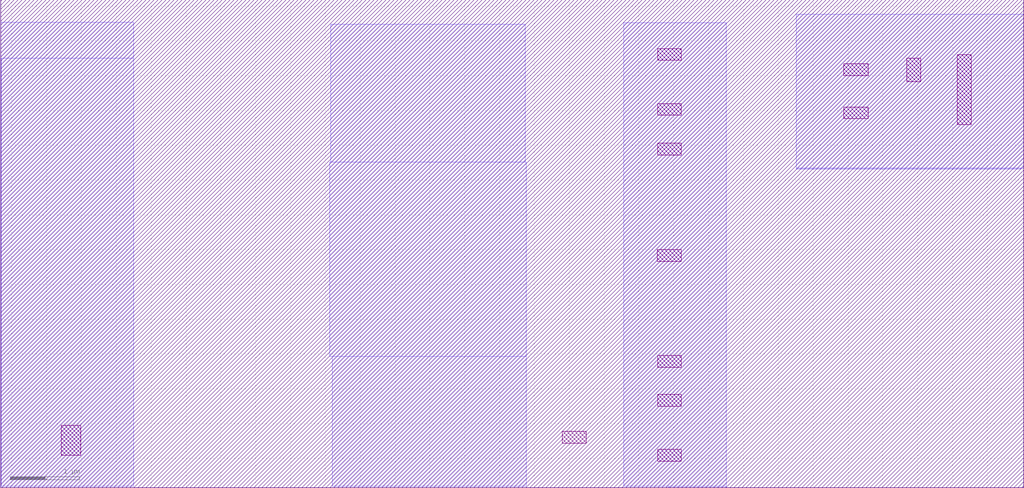
<source format=lef>
VERSION 5.7 ;
  NOWIREEXTENSIONATPIN ON ;
  DIVIDERCHAR "/" ;
  BUSBITCHARS "[]" ;
UNITS
  DATABASE MICRONS 200 ;
END UNITS

LAYER via2
  TYPE CUT ;
END via2

LAYER via
  TYPE CUT ;
END via

LAYER nwell
  TYPE MASTERSLICE ;
END nwell

LAYER via3
  TYPE CUT ;
END via3

LAYER pwell
  TYPE MASTERSLICE ;
END pwell

LAYER via4
  TYPE CUT ;
END via4

LAYER mcon
  TYPE CUT ;
END mcon

LAYER met6
  TYPE ROUTING ;
  WIDTH 0.030000 ;
  SPACING 0.040000 ;
  DIRECTION HORIZONTAL ;
END met6

LAYER met1
  TYPE ROUTING ;
  WIDTH 0.140000 ;
  SPACING 0.140000 ;
  DIRECTION HORIZONTAL ;
END met1

LAYER met3
  TYPE ROUTING ;
  WIDTH 0.300000 ;
  SPACING 0.300000 ;
  DIRECTION HORIZONTAL ;
END met3

LAYER met2
  TYPE ROUTING ;
  WIDTH 0.140000 ;
  SPACING 0.140000 ;
  DIRECTION HORIZONTAL ;
END met2

LAYER met4
  TYPE ROUTING ;
  WIDTH 0.300000 ;
  SPACING 0.300000 ;
  DIRECTION HORIZONTAL ;
END met4

LAYER met5
  TYPE ROUTING ;
  WIDTH 1.600000 ;
  SPACING 1.600000 ;
  DIRECTION HORIZONTAL ;
END met5

LAYER li1
  TYPE ROUTING ;
  WIDTH 0.170000 ;
  SPACING 0.170000 ;
  DIRECTION HORIZONTAL ;
END li1

MACRO sky130_hilas_swc2x2varactor
  CLASS BLOCK ;
  FOREIGN sky130_hilas_swc2x2varactor ;
  ORIGIN 14.660 4.420 ;
  SIZE 14.680 BY 7.010 ;
  OBS
      LAYER nwell ;
        RECT -14.660 1.750 -12.750 2.270 ;
        RECT -14.650 -4.400 -12.750 1.750 ;
        RECT -9.920 0.260 -7.130 2.240 ;
        RECT -9.940 -2.530 -7.120 0.260 ;
        RECT -9.900 -4.400 -7.120 -2.530 ;
        RECT -5.720 -4.400 -4.250 2.260 ;
        RECT -3.240 0.170 0.020 2.380 ;
        RECT -3.240 0.160 -0.020 0.170 ;
        RECT -5.070 -4.420 -4.250 -4.400 ;
      LAYER li1 ;
        RECT -5.230 1.720 -4.890 1.890 ;
        RECT -2.560 1.500 -2.210 1.670 ;
        RECT -1.660 1.410 -1.460 1.750 ;
        RECT -5.230 0.930 -4.890 1.100 ;
        RECT -2.560 0.880 -2.210 1.050 ;
        RECT -0.930 0.800 -0.730 1.800 ;
        RECT -5.230 0.360 -4.890 0.530 ;
        RECT -5.240 -1.170 -4.890 -1.000 ;
        RECT -5.230 -2.690 -4.890 -2.520 ;
        RECT -5.230 -3.250 -4.890 -3.080 ;
        RECT -13.790 -3.950 -13.510 -3.520 ;
        RECT -6.600 -3.780 -6.260 -3.610 ;
        RECT -5.230 -4.040 -4.890 -3.870 ;
  END
END sky130_hilas_swc2x2varactor
END LIBRARY


</source>
